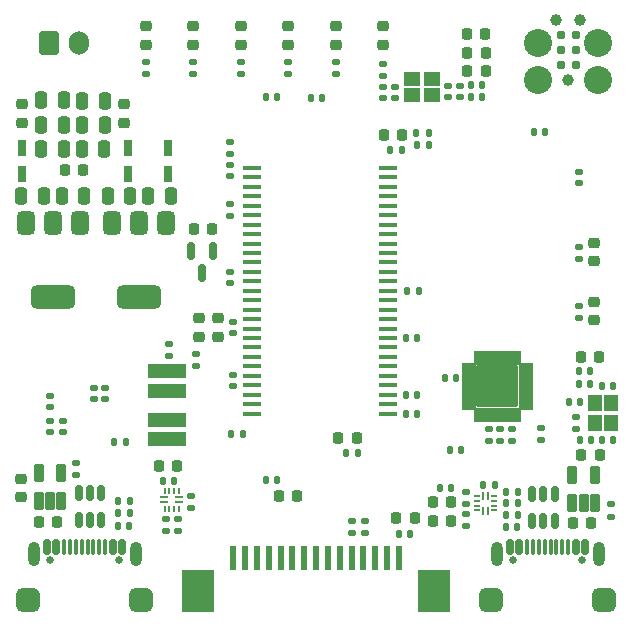
<source format=gbr>
%TF.GenerationSoftware,KiCad,Pcbnew,8.0.1*%
%TF.CreationDate,2024-04-17T21:00:08+02:00*%
%TF.ProjectId,STM32_Dev_Board,53544d33-325f-4446-9576-5f426f617264,rev?*%
%TF.SameCoordinates,Original*%
%TF.FileFunction,Soldermask,Top*%
%TF.FilePolarity,Negative*%
%FSLAX46Y46*%
G04 Gerber Fmt 4.6, Leading zero omitted, Abs format (unit mm)*
G04 Created by KiCad (PCBNEW 8.0.1) date 2024-04-17 21:00:08*
%MOMM*%
%LPD*%
G01*
G04 APERTURE LIST*
G04 Aperture macros list*
%AMRoundRect*
0 Rectangle with rounded corners*
0 $1 Rounding radius*
0 $2 $3 $4 $5 $6 $7 $8 $9 X,Y pos of 4 corners*
0 Add a 4 corners polygon primitive as box body*
4,1,4,$2,$3,$4,$5,$6,$7,$8,$9,$2,$3,0*
0 Add four circle primitives for the rounded corners*
1,1,$1+$1,$2,$3*
1,1,$1+$1,$4,$5*
1,1,$1+$1,$6,$7*
1,1,$1+$1,$8,$9*
0 Add four rect primitives between the rounded corners*
20,1,$1+$1,$2,$3,$4,$5,0*
20,1,$1+$1,$4,$5,$6,$7,0*
20,1,$1+$1,$6,$7,$8,$9,0*
20,1,$1+$1,$8,$9,$2,$3,0*%
G04 Aperture macros list end*
%ADD10C,2.374900*%
%ADD11C,0.990600*%
%ADD12C,0.787400*%
%ADD13RoundRect,0.218750X-0.256250X0.218750X-0.256250X-0.218750X0.256250X-0.218750X0.256250X0.218750X0*%
%ADD14RoundRect,0.140000X0.140000X0.170000X-0.140000X0.170000X-0.140000X-0.170000X0.140000X-0.170000X0*%
%ADD15R,1.510000X0.458000*%
%ADD16RoundRect,0.140000X-0.170000X0.140000X-0.170000X-0.140000X0.170000X-0.140000X0.170000X0.140000X0*%
%ADD17RoundRect,0.004640X-0.227360X0.527360X-0.227360X-0.527360X0.227360X-0.527360X0.227360X0.527360X0*%
%ADD18RoundRect,0.004640X-0.527360X-0.227360X0.527360X-0.227360X0.527360X0.227360X-0.527360X0.227360X0*%
%ADD19RoundRect,0.004640X0.227360X-0.527360X0.227360X0.527360X-0.227360X0.527360X-0.227360X-0.527360X0*%
%ADD20RoundRect,0.004640X0.527360X0.227360X-0.527360X0.227360X-0.527360X-0.227360X0.527360X-0.227360X0*%
%ADD21RoundRect,0.102000X-1.650000X1.650000X-1.650000X-1.650000X1.650000X-1.650000X1.650000X1.650000X0*%
%ADD22RoundRect,0.135000X-0.135000X-0.185000X0.135000X-0.185000X0.135000X0.185000X-0.135000X0.185000X0*%
%ADD23RoundRect,0.135000X0.135000X0.185000X-0.135000X0.185000X-0.135000X-0.185000X0.135000X-0.185000X0*%
%ADD24RoundRect,0.135000X0.185000X-0.135000X0.185000X0.135000X-0.185000X0.135000X-0.185000X-0.135000X0*%
%ADD25RoundRect,0.102000X0.300000X-0.680000X0.300000X0.680000X-0.300000X0.680000X-0.300000X-0.680000X0*%
%ADD26RoundRect,0.250000X-0.600000X-0.750000X0.600000X-0.750000X0.600000X0.750000X-0.600000X0.750000X0*%
%ADD27O,1.700000X2.000000*%
%ADD28C,0.650000*%
%ADD29RoundRect,0.150000X-0.150000X-0.500000X0.150000X-0.500000X0.150000X0.500000X-0.150000X0.500000X0*%
%ADD30RoundRect,0.075000X-0.075000X-0.575000X0.075000X-0.575000X0.075000X0.575000X-0.075000X0.575000X0*%
%ADD31RoundRect,0.500000X-0.500000X-0.500000X0.500000X-0.500000X0.500000X0.500000X-0.500000X0.500000X0*%
%ADD32O,1.000000X2.100000*%
%ADD33R,0.610000X2.000000*%
%ADD34R,2.680000X3.600000*%
%ADD35RoundRect,0.042240X0.309760X-0.664760X0.309760X0.664760X-0.309760X0.664760X-0.309760X-0.664760X0*%
%ADD36RoundRect,0.225000X-0.225000X-0.250000X0.225000X-0.250000X0.225000X0.250000X-0.225000X0.250000X0*%
%ADD37RoundRect,0.055580X-0.341420X0.571420X-0.341420X-0.571420X0.341420X-0.571420X0.341420X0.571420X0*%
%ADD38RoundRect,0.140000X-0.140000X-0.170000X0.140000X-0.170000X0.140000X0.170000X-0.140000X0.170000X0*%
%ADD39RoundRect,0.135000X-0.185000X0.135000X-0.185000X-0.135000X0.185000X-0.135000X0.185000X0.135000X0*%
%ADD40RoundRect,0.250000X0.250000X0.475000X-0.250000X0.475000X-0.250000X-0.475000X0.250000X-0.475000X0*%
%ADD41RoundRect,0.140000X0.170000X-0.140000X0.170000X0.140000X-0.170000X0.140000X-0.170000X-0.140000X0*%
%ADD42RoundRect,0.250000X-0.250000X-0.475000X0.250000X-0.475000X0.250000X0.475000X-0.250000X0.475000X0*%
%ADD43RoundRect,0.150000X0.150000X-0.512500X0.150000X0.512500X-0.150000X0.512500X-0.150000X-0.512500X0*%
%ADD44RoundRect,0.225000X0.225000X0.250000X-0.225000X0.250000X-0.225000X-0.250000X0.225000X-0.250000X0*%
%ADD45RoundRect,0.102000X-0.600000X0.500000X-0.600000X-0.500000X0.600000X-0.500000X0.600000X0.500000X0*%
%ADD46R,0.200000X0.700001*%
%ADD47R,0.499999X0.200000*%
%ADD48RoundRect,0.225000X-0.250000X0.225000X-0.250000X-0.225000X0.250000X-0.225000X0.250000X0.225000X0*%
%ADD49RoundRect,0.375000X-0.375000X0.625000X-0.375000X-0.625000X0.375000X-0.625000X0.375000X0.625000X0*%
%ADD50RoundRect,0.500000X-1.400000X0.500000X-1.400000X-0.500000X1.400000X-0.500000X1.400000X0.500000X0*%
%ADD51RoundRect,0.218750X-0.218750X-0.256250X0.218750X-0.256250X0.218750X0.256250X-0.218750X0.256250X0*%
%ADD52RoundRect,0.225000X0.250000X-0.225000X0.250000X0.225000X-0.250000X0.225000X-0.250000X-0.225000X0*%
%ADD53RoundRect,0.102000X0.500000X0.600000X-0.500000X0.600000X-0.500000X-0.600000X0.500000X-0.600000X0*%
%ADD54R,0.700001X0.200000*%
%ADD55R,0.200000X0.499999*%
%ADD56RoundRect,0.218750X0.218750X0.256250X-0.218750X0.256250X-0.218750X-0.256250X0.218750X-0.256250X0*%
%ADD57RoundRect,0.150000X-0.150000X0.587500X-0.150000X-0.587500X0.150000X-0.587500X0.150000X0.587500X0*%
G04 APERTURE END LIST*
D10*
%TO.C,J2*%
X224800000Y-60375000D03*
D11*
X227340000Y-60375000D03*
D10*
X229880000Y-60375000D03*
X224800000Y-57200000D03*
X229880000Y-57200000D03*
D11*
X226324000Y-55295000D03*
X228356000Y-55295000D03*
D12*
X227975000Y-59105000D03*
X226705000Y-59105000D03*
X227975000Y-57835000D03*
X226705000Y-57835000D03*
X227975000Y-56565000D03*
X226705000Y-56565000D03*
%TD*%
D13*
%TO.C,D9*%
X211700000Y-55812500D03*
X211700000Y-57387500D03*
%TD*%
%TO.C,D7*%
X207680000Y-55812500D03*
X207680000Y-57387500D03*
%TD*%
%TO.C,D5*%
X203660000Y-55812500D03*
X203660000Y-57387500D03*
%TD*%
%TO.C,D8*%
X199640000Y-55812500D03*
X199640000Y-57387500D03*
%TD*%
%TO.C,D6*%
X195620000Y-55812500D03*
X195620000Y-57387500D03*
%TD*%
%TO.C,D4*%
X191600000Y-55812500D03*
X191600000Y-57387500D03*
%TD*%
D14*
%TO.C,C41*%
X215530000Y-65850000D03*
X214570000Y-65850000D03*
%TD*%
D15*
%TO.C,U13*%
X212100000Y-88600000D03*
X212100000Y-87800000D03*
X212100000Y-87000000D03*
X212100000Y-86200000D03*
X212100000Y-85400000D03*
X212100000Y-84600000D03*
X212100000Y-83800000D03*
X212100000Y-83000000D03*
X212100000Y-82200000D03*
X212100000Y-81400000D03*
X212100000Y-80600000D03*
X212100000Y-79800000D03*
X212100000Y-79000000D03*
X212100000Y-78200000D03*
X212100000Y-77400000D03*
X212100000Y-76600000D03*
X212100000Y-75800000D03*
X212100000Y-75000000D03*
X212100000Y-74200000D03*
X212100000Y-73400000D03*
X212100000Y-72600000D03*
X212100000Y-71800000D03*
X212100000Y-71000000D03*
X212100000Y-70200000D03*
X212100000Y-69400000D03*
X212100000Y-68600000D03*
X212100000Y-67800000D03*
X200600000Y-67800000D03*
X200600000Y-68600000D03*
X200600000Y-69400000D03*
X200600000Y-70200000D03*
X200600000Y-71000000D03*
X200600000Y-71800000D03*
X200600000Y-72600000D03*
X200600000Y-73400000D03*
X200600000Y-74200000D03*
X200600000Y-75000000D03*
X200600000Y-75800000D03*
X200600000Y-76600000D03*
X200600000Y-77400000D03*
X200600000Y-78200000D03*
X200600000Y-79000000D03*
X200600000Y-79800000D03*
X200600000Y-80600000D03*
X200600000Y-81400000D03*
X200600000Y-82200000D03*
X200600000Y-83000000D03*
X200600000Y-83800000D03*
X200600000Y-84600000D03*
X200600000Y-85400000D03*
X200600000Y-86200000D03*
X200600000Y-87000000D03*
X200600000Y-87800000D03*
X200600000Y-88600000D03*
%TD*%
D16*
%TO.C,C51*%
X221600000Y-89920000D03*
X221600000Y-90880000D03*
%TD*%
D17*
%TO.C,U9*%
X223100000Y-83865000D03*
X222600000Y-83865000D03*
X222100000Y-83865000D03*
X221600000Y-83865000D03*
X221100000Y-83865000D03*
X220600000Y-83865000D03*
X220100000Y-83865000D03*
X219600000Y-83865000D03*
D18*
X218915000Y-84550000D03*
X218915000Y-85050000D03*
X218915000Y-85550000D03*
X218915000Y-86050000D03*
X218915000Y-86550000D03*
X218915000Y-87050000D03*
X218915000Y-87550000D03*
X218915000Y-88050000D03*
D19*
X219600000Y-88735000D03*
X220100000Y-88735000D03*
X220600000Y-88735000D03*
X221100000Y-88735000D03*
X221600000Y-88735000D03*
X222100000Y-88735000D03*
X222600000Y-88735000D03*
X223100000Y-88735000D03*
D20*
X223785000Y-88050000D03*
X223785000Y-87550000D03*
X223785000Y-87050000D03*
X223785000Y-86550000D03*
X223785000Y-86050000D03*
X223785000Y-85550000D03*
X223785000Y-85050000D03*
X223785000Y-84550000D03*
D21*
X221350000Y-86300000D03*
%TD*%
D22*
%TO.C,R18*%
X222040000Y-96200000D03*
X223060000Y-96200000D03*
%TD*%
D23*
%TO.C,R17*%
X223060000Y-97175000D03*
X222040000Y-97175000D03*
%TD*%
D22*
%TO.C,R11*%
X189190000Y-97000000D03*
X190210000Y-97000000D03*
%TD*%
D24*
%TO.C,R13*%
X193280000Y-98510000D03*
X193280000Y-97490000D03*
%TD*%
D25*
%TO.C,U8*%
X227700000Y-96165000D03*
X228650000Y-96165000D03*
X229600000Y-96165000D03*
X229600000Y-93815000D03*
X227700000Y-93815000D03*
%TD*%
D26*
%TO.C,J1*%
X183400000Y-57200000D03*
D27*
X185900000Y-57200000D03*
%TD*%
D28*
%TO.C,J3*%
X183510000Y-100995000D03*
X189290000Y-100995000D03*
D29*
X183200000Y-99855000D03*
X184000000Y-99855000D03*
D30*
X185150000Y-99855000D03*
X186150000Y-99855000D03*
X186650000Y-99855000D03*
X187650000Y-99855000D03*
D29*
X188800000Y-99855000D03*
X189600000Y-99855000D03*
X189600000Y-99855000D03*
X188800000Y-99855000D03*
D30*
X188150000Y-99855000D03*
X187150000Y-99855000D03*
X185650000Y-99855000D03*
X184650000Y-99855000D03*
D29*
X184000000Y-99855000D03*
X183200000Y-99855000D03*
D31*
X181600000Y-104400000D03*
D32*
X182080000Y-100495000D03*
X190720000Y-100495000D03*
D31*
X191200000Y-104400000D03*
%TD*%
D28*
%TO.C,J4*%
X222710000Y-100995000D03*
X228490000Y-100995000D03*
D29*
X222400000Y-99855000D03*
X223200000Y-99855000D03*
D30*
X224350000Y-99855000D03*
X225350000Y-99855000D03*
X225850000Y-99855000D03*
X226850000Y-99855000D03*
D29*
X228000000Y-99855000D03*
X228800000Y-99855000D03*
X228800000Y-99855000D03*
X228000000Y-99855000D03*
D30*
X227350000Y-99855000D03*
X226350000Y-99855000D03*
X224850000Y-99855000D03*
X223850000Y-99855000D03*
D29*
X223200000Y-99855000D03*
X222400000Y-99855000D03*
D31*
X220800000Y-104400000D03*
D32*
X221280000Y-100495000D03*
X229920000Y-100495000D03*
D31*
X230400000Y-104400000D03*
%TD*%
D25*
%TO.C,U5*%
X182500000Y-95985000D03*
X183450000Y-95985000D03*
X184400000Y-95985000D03*
X184400000Y-93635000D03*
X182500000Y-93635000D03*
%TD*%
D33*
%TO.C,J5*%
X199000000Y-100800000D03*
X200000000Y-100800000D03*
X201000000Y-100800000D03*
X202000000Y-100800000D03*
X203000000Y-100800000D03*
X204000000Y-100800000D03*
X205000000Y-100800000D03*
X206000000Y-100800000D03*
X207000000Y-100800000D03*
X208000000Y-100800000D03*
X209000000Y-100800000D03*
X210000000Y-100800000D03*
X211000000Y-100800000D03*
X212000000Y-100800000D03*
X213000000Y-100800000D03*
D34*
X196010000Y-103600000D03*
X215990000Y-103600000D03*
%TD*%
D35*
%TO.C,D1*%
X181100000Y-68292500D03*
X181100000Y-66082500D03*
%TD*%
D36*
%TO.C,C48*%
X192705000Y-93000000D03*
X194255000Y-93000000D03*
%TD*%
D37*
%TO.C,R26*%
X194600000Y-85015000D03*
X193800000Y-85015000D03*
X193000000Y-85015000D03*
X192200000Y-85015000D03*
X192200000Y-86685000D03*
X193000000Y-86685000D03*
X193800000Y-86685000D03*
X194600000Y-86685000D03*
%TD*%
D38*
%TO.C,C72*%
X213620000Y-87000000D03*
X214580000Y-87000000D03*
%TD*%
D39*
%TO.C,R2*%
X198700000Y-65590000D03*
X198700000Y-66610000D03*
%TD*%
%TO.C,R10*%
X185700000Y-92790000D03*
X185700000Y-93810000D03*
%TD*%
D36*
%TO.C,C49*%
X228455000Y-92090000D03*
X230005000Y-92090000D03*
%TD*%
D40*
%TO.C,C7*%
X188100000Y-62100000D03*
X186200000Y-62100000D03*
%TD*%
D41*
%TO.C,C64*%
X188160000Y-87390000D03*
X188160000Y-86430000D03*
%TD*%
D42*
%TO.C,C6*%
X184450000Y-70200000D03*
X186350000Y-70200000D03*
%TD*%
D43*
%TO.C,U10*%
X224300000Y-97675000D03*
X225250000Y-97675000D03*
X226200000Y-97675000D03*
X226200000Y-95400000D03*
X225250000Y-95400000D03*
X224300000Y-95400000D03*
%TD*%
D36*
%TO.C,C2*%
X195625000Y-73000000D03*
X197175000Y-73000000D03*
%TD*%
D24*
%TO.C,R7*%
X207680000Y-59810000D03*
X207680000Y-58790000D03*
%TD*%
D44*
%TO.C,C38*%
X217450000Y-96100000D03*
X215900000Y-96100000D03*
%TD*%
D41*
%TO.C,C18*%
X218200000Y-61780000D03*
X218200000Y-60820000D03*
%TD*%
D14*
%TO.C,C30*%
X220080000Y-60800000D03*
X219120000Y-60800000D03*
%TD*%
D39*
%TO.C,R21*%
X225050000Y-89840000D03*
X225050000Y-90860000D03*
%TD*%
D23*
%TO.C,R12*%
X190210000Y-96000000D03*
X189190000Y-96000000D03*
%TD*%
D14*
%TO.C,C31*%
X220080000Y-61800000D03*
X219120000Y-61800000D03*
%TD*%
D35*
%TO.C,D3*%
X190112500Y-68292500D03*
X190112500Y-66082500D03*
%TD*%
D38*
%TO.C,C46*%
X189220000Y-98100000D03*
X190180000Y-98100000D03*
%TD*%
D39*
%TO.C,R28*%
X209000000Y-97690000D03*
X209000000Y-98710000D03*
%TD*%
D35*
%TO.C,D2*%
X193500000Y-68305000D03*
X193500000Y-66095000D03*
%TD*%
D38*
%TO.C,C47*%
X193000000Y-94300000D03*
X193960000Y-94300000D03*
%TD*%
D41*
%TO.C,C40*%
X212700000Y-61880000D03*
X212700000Y-60920000D03*
%TD*%
D16*
%TO.C,C52*%
X220650000Y-89920000D03*
X220650000Y-90880000D03*
%TD*%
D41*
%TO.C,C59*%
X218700000Y-96230000D03*
X218700000Y-95270000D03*
%TD*%
D44*
%TO.C,C32*%
X220350000Y-59600000D03*
X218800000Y-59600000D03*
%TD*%
D39*
%TO.C,R29*%
X210100000Y-97690000D03*
X210100000Y-98710000D03*
%TD*%
D40*
%TO.C,C8*%
X188100000Y-64200000D03*
X186200000Y-64200000D03*
%TD*%
D45*
%TO.C,Y1*%
X215800000Y-60300000D03*
X214100000Y-60300000D03*
X214100000Y-61600000D03*
X215800000Y-61600000D03*
%TD*%
D38*
%TO.C,C57*%
X230200000Y-86275000D03*
X231160000Y-86275000D03*
%TD*%
D14*
%TO.C,C66*%
X189880000Y-91000000D03*
X188920000Y-91000000D03*
%TD*%
%TO.C,C14*%
X225380000Y-64750000D03*
X224420000Y-64750000D03*
%TD*%
D38*
%TO.C,C34*%
X201770000Y-61800000D03*
X202730000Y-61800000D03*
%TD*%
D16*
%TO.C,C63*%
X187160000Y-86430000D03*
X187160000Y-87390000D03*
%TD*%
D24*
%TO.C,R9*%
X211700000Y-60010000D03*
X211700000Y-58990000D03*
%TD*%
%TO.C,R19*%
X222600000Y-90920000D03*
X222600000Y-89900000D03*
%TD*%
D41*
%TO.C,C61*%
X183500000Y-88080000D03*
X183500000Y-87120000D03*
%TD*%
D42*
%TO.C,C5*%
X181050000Y-70200000D03*
X182950000Y-70200000D03*
%TD*%
D46*
%TO.C,U11*%
X220150000Y-96850001D03*
X220550000Y-96850001D03*
D47*
X221100001Y-96799999D03*
X221100001Y-96400000D03*
X221100001Y-96000000D03*
X221100001Y-95600001D03*
D46*
X220550000Y-95549999D03*
X220150000Y-95549999D03*
D47*
X219599999Y-95600001D03*
X219599999Y-96000000D03*
X219599999Y-96400000D03*
X219599999Y-96799999D03*
%TD*%
D42*
%TO.C,C4*%
X182750000Y-64187500D03*
X184650000Y-64187500D03*
%TD*%
D24*
%TO.C,R16*%
X230990000Y-97310000D03*
X230990000Y-96290000D03*
%TD*%
D38*
%TO.C,C22*%
X198820000Y-90350000D03*
X199780000Y-90350000D03*
%TD*%
D48*
%TO.C,C44*%
X180990000Y-94125000D03*
X180990000Y-95675000D03*
%TD*%
D44*
%TO.C,C45*%
X184075000Y-97800000D03*
X182525000Y-97800000D03*
%TD*%
D42*
%TO.C,C10*%
X191800000Y-70200000D03*
X193700000Y-70200000D03*
%TD*%
D49*
%TO.C,U2*%
X186000000Y-72450000D03*
X183700000Y-72450000D03*
D50*
X183700000Y-78750000D03*
D49*
X181400000Y-72450000D03*
%TD*%
D38*
%TO.C,C68*%
X212995000Y-98800000D03*
X213955000Y-98800000D03*
%TD*%
%TO.C,C36*%
X228220000Y-85000000D03*
X229180000Y-85000000D03*
%TD*%
D48*
%TO.C,C77*%
X197700000Y-80525000D03*
X197700000Y-82075000D03*
%TD*%
D41*
%TO.C,C25*%
X211700000Y-61880000D03*
X211700000Y-60920000D03*
%TD*%
D36*
%TO.C,C67*%
X212800000Y-97400000D03*
X214350000Y-97400000D03*
%TD*%
D41*
%TO.C,C20*%
X228250000Y-75480000D03*
X228250000Y-74520000D03*
%TD*%
D43*
%TO.C,U6*%
X185900000Y-97600000D03*
X186850000Y-97600000D03*
X187800000Y-97600000D03*
X187800000Y-95325000D03*
X186850000Y-95325000D03*
X185900000Y-95325000D03*
%TD*%
D24*
%TO.C,R6*%
X195620000Y-59810000D03*
X195620000Y-58790000D03*
%TD*%
D38*
%TO.C,C24*%
X208570000Y-91950000D03*
X209530000Y-91950000D03*
%TD*%
D36*
%TO.C,C35*%
X207875000Y-90650000D03*
X209425000Y-90650000D03*
%TD*%
D38*
%TO.C,C16*%
X201720000Y-94250000D03*
X202680000Y-94250000D03*
%TD*%
D42*
%TO.C,C9*%
X188350000Y-70200000D03*
X190250000Y-70200000D03*
%TD*%
D51*
%TO.C,FB3*%
X184712500Y-68000000D03*
X186287500Y-68000000D03*
%TD*%
D16*
%TO.C,C39*%
X217200000Y-60820000D03*
X217200000Y-61780000D03*
%TD*%
D39*
%TO.C,R22*%
X218700000Y-97090000D03*
X218700000Y-98110000D03*
%TD*%
D48*
%TO.C,C1*%
X196100000Y-80525000D03*
X196100000Y-82075000D03*
%TD*%
D36*
%TO.C,C73*%
X211725000Y-65000000D03*
X213275000Y-65000000D03*
%TD*%
D44*
%TO.C,C33*%
X220350000Y-58050000D03*
X218800000Y-58050000D03*
%TD*%
D52*
%TO.C,C29*%
X229500000Y-80675000D03*
X229500000Y-79125000D03*
%TD*%
%TO.C,C37*%
X229500000Y-75675000D03*
X229500000Y-74125000D03*
%TD*%
D38*
%TO.C,C71*%
X213620000Y-82200000D03*
X214580000Y-82200000D03*
%TD*%
D16*
%TO.C,C74*%
X199000000Y-85320000D03*
X199000000Y-86280000D03*
%TD*%
D49*
%TO.C,U3*%
X193300000Y-72450000D03*
X191000000Y-72450000D03*
D50*
X191000000Y-78750000D03*
D49*
X188700000Y-72450000D03*
%TD*%
D36*
%TO.C,C55*%
X227725000Y-97875000D03*
X229275000Y-97875000D03*
%TD*%
D23*
%TO.C,R24*%
X221160000Y-94650000D03*
X220140000Y-94650000D03*
%TD*%
D53*
%TO.C,Y2*%
X230950000Y-89400000D03*
X230950000Y-87700000D03*
X229650000Y-87700000D03*
X229650000Y-89400000D03*
%TD*%
D41*
%TO.C,C26*%
X228250000Y-80480000D03*
X228250000Y-79520000D03*
%TD*%
D14*
%TO.C,C56*%
X223030000Y-98175000D03*
X222070000Y-98175000D03*
%TD*%
D54*
%TO.C,U7*%
X193129999Y-95700000D03*
X193129999Y-96100000D03*
D55*
X193180001Y-96650001D03*
X193580000Y-96650001D03*
X193980000Y-96650001D03*
X194379999Y-96650001D03*
D54*
X194430001Y-96100000D03*
X194430001Y-95700000D03*
D55*
X194379999Y-95149999D03*
X193980000Y-95149999D03*
X193580000Y-95149999D03*
X193180001Y-95149999D03*
%TD*%
D42*
%TO.C,C3*%
X182750000Y-62087500D03*
X184650000Y-62087500D03*
%TD*%
D37*
%TO.C,R27*%
X194600000Y-89115000D03*
X193800000Y-89115000D03*
X193000000Y-89115000D03*
X192200000Y-89115000D03*
X192200000Y-90785000D03*
X193000000Y-90785000D03*
X193800000Y-90785000D03*
X194600000Y-90785000D03*
%TD*%
D16*
%TO.C,C17*%
X198700000Y-76620000D03*
X198700000Y-77580000D03*
%TD*%
D23*
%TO.C,R23*%
X223060000Y-95200000D03*
X222040000Y-95200000D03*
%TD*%
D14*
%TO.C,C13*%
X206530000Y-61850000D03*
X205570000Y-61850000D03*
%TD*%
D16*
%TO.C,C62*%
X184570000Y-89220000D03*
X184570000Y-90180000D03*
%TD*%
D38*
%TO.C,C15*%
X228320000Y-90800000D03*
X229280000Y-90800000D03*
%TD*%
%TO.C,C76*%
X213620000Y-88600000D03*
X214580000Y-88600000D03*
%TD*%
D44*
%TO.C,C60*%
X217425000Y-97650000D03*
X215875000Y-97650000D03*
%TD*%
D42*
%TO.C,C11*%
X182750000Y-66200000D03*
X184650000Y-66200000D03*
%TD*%
D56*
%TO.C,FB4*%
X220337500Y-56450000D03*
X218762500Y-56450000D03*
%TD*%
D38*
%TO.C,C69*%
X212300000Y-66300000D03*
X213260000Y-66300000D03*
%TD*%
D24*
%TO.C,R15*%
X195380000Y-96610000D03*
X195380000Y-95590000D03*
%TD*%
D13*
%TO.C,FB1*%
X181100000Y-62412500D03*
X181100000Y-63987500D03*
%TD*%
D44*
%TO.C,C43*%
X204375000Y-95600000D03*
X202825000Y-95600000D03*
%TD*%
D57*
%TO.C,U1*%
X197300000Y-74825000D03*
X195400000Y-74825000D03*
X196350000Y-76700000D03*
%TD*%
D36*
%TO.C,C42*%
X228425000Y-83800000D03*
X229975000Y-83800000D03*
%TD*%
D24*
%TO.C,R14*%
X194280000Y-98510000D03*
X194280000Y-97490000D03*
%TD*%
D14*
%TO.C,C58*%
X231160000Y-90800000D03*
X230200000Y-90800000D03*
%TD*%
D24*
%TO.C,R8*%
X199640000Y-59810000D03*
X199640000Y-58790000D03*
%TD*%
D38*
%TO.C,C54*%
X228220000Y-86100000D03*
X229180000Y-86100000D03*
%TD*%
D16*
%TO.C,C28*%
X198700000Y-67520000D03*
X198700000Y-68480000D03*
%TD*%
%TO.C,C65*%
X183500000Y-89220000D03*
X183500000Y-90180000D03*
%TD*%
D24*
%TO.C,R4*%
X191600000Y-59810000D03*
X191600000Y-58790000D03*
%TD*%
%TO.C,R20*%
X228000000Y-89910000D03*
X228000000Y-88890000D03*
%TD*%
D16*
%TO.C,C75*%
X199000000Y-80820000D03*
X199000000Y-81780000D03*
%TD*%
D24*
%TO.C,R5*%
X203660000Y-59810000D03*
X203660000Y-58790000D03*
%TD*%
D13*
%TO.C,FB2*%
X189700000Y-62412500D03*
X189700000Y-63987500D03*
%TD*%
D14*
%TO.C,C53*%
X217880000Y-85550000D03*
X216920000Y-85550000D03*
%TD*%
D16*
%TO.C,C23*%
X195800000Y-83570000D03*
X195800000Y-84530000D03*
%TD*%
D40*
%TO.C,C12*%
X188050000Y-66200000D03*
X186150000Y-66200000D03*
%TD*%
D14*
%TO.C,C50*%
X228380000Y-87600000D03*
X227420000Y-87600000D03*
%TD*%
%TO.C,C27*%
X218280000Y-91694000D03*
X217320000Y-91694000D03*
%TD*%
D38*
%TO.C,C70*%
X213720000Y-78200000D03*
X214680000Y-78200000D03*
%TD*%
D23*
%TO.C,R1*%
X215520000Y-64850000D03*
X214500000Y-64850000D03*
%TD*%
D16*
%TO.C,C19*%
X228250000Y-68120000D03*
X228250000Y-69080000D03*
%TD*%
D14*
%TO.C,C21*%
X217430000Y-94900000D03*
X216470000Y-94900000D03*
%TD*%
D24*
%TO.C,R25*%
X193550000Y-83760000D03*
X193550000Y-82740000D03*
%TD*%
%TO.C,R3*%
X198750000Y-71860000D03*
X198750000Y-70840000D03*
%TD*%
M02*

</source>
